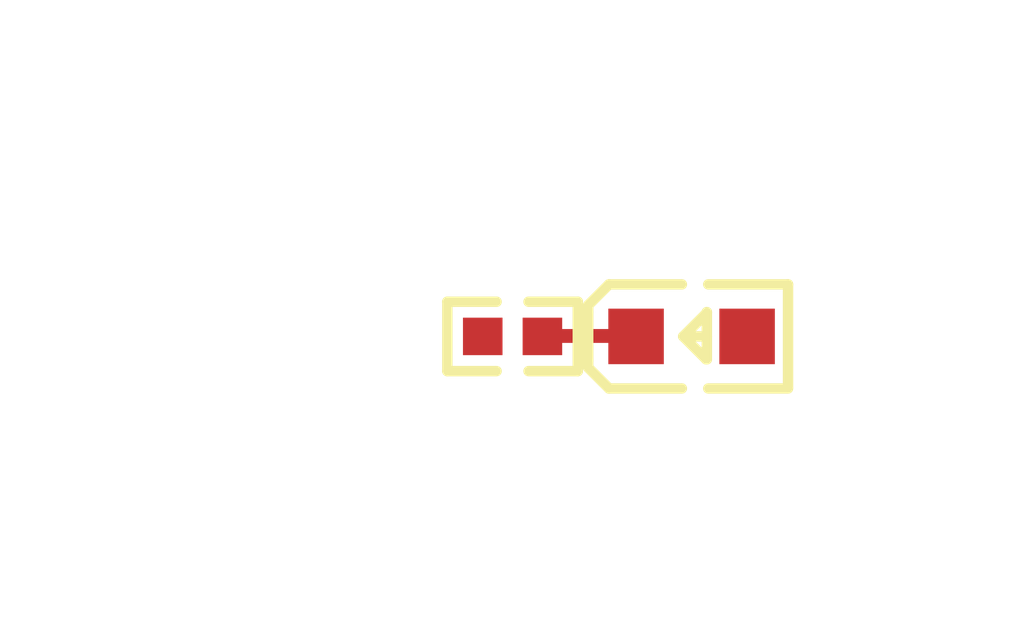
<source format=kicad_pcb>
(kicad_pcb (version 20241229) (generator "pcbnew") (generator_version "9.0")
  (layers (0 "F.Cu" signal) (2 "B.Cu" signal) (13 "F.Paste" user) (15 "B.Paste" user) (5 "F.SilkS" user "F.Silkscreen") (7 "B.SilkS" user "B.Silkscreen") (1 "F.Mask" user) (3 "B.Mask" user) (25 "Edge.Cuts" user))
  (net 0 "")
  (net 1 "anode")
  (net 2 "GND")
  (net 3 "cathode")
  (footprint "Hubei_KENTO_Elec_KT_0603R:LED0603-RD" (layer "F.Cu") (at 148.82 93.09 0)
    (property "Reference" "LED1" (hide yes))
    (property "Value" "")
    (fp_line (start 0.22 0.33) (end 0.21 0.33) (stroke (width 0.15)) (layer "F.SilkS"))
    (fp_line (start 0.21 0.33) (end -0.12 0) (stroke (width 0.15)) (layer "F.SilkS"))
    (fp_line (start 0.22 -0.35) (end 0.22 -0.34) (stroke (width 0.15)) (layer "F.SilkS"))
    (fp_line (start 0.22 -0.34) (end -0.12 0) (stroke (width 0.15)) (layer "F.SilkS"))
    (fp_line (start 0.22 -0.35) (end 0.22 0.33) (stroke (width 0.15)) (layer "F.SilkS"))
    (fp_line (start 0.24 -0.75) (end 1.39 -0.75) (stroke (width 0.15)) (layer "F.SilkS"))
    (fp_line (start 0.24 0.75) (end 1.39 0.75) (stroke (width 0.15)) (layer "F.SilkS"))
    (fp_line (start 1.39 -0.75) (end 1.39 0.73) (stroke (width 0.15)) (layer "F.SilkS"))
    (fp_line (start -0.14 0.75) (end -1.19 0.75) (stroke (width 0.15)) (layer "F.SilkS"))
    (fp_line (start -1.49 0.35) (end -1.49 0.45) (stroke (width 0.15)) (layer "F.SilkS"))
    (fp_line (start -1.49 0.45) (end -1.19 0.75) (stroke (width 0.15)) (layer "F.SilkS"))
    (fp_line (start -1.49 -0.35) (end -1.49 0.35) (stroke (width 0.15)) (layer "F.SilkS"))
    (fp_line (start -1.49 -0.35) (end -1.49 -0.45) (stroke (width 0.15)) (layer "F.SilkS"))
    (fp_line (start -1.49 -0.45) (end -1.19 -0.75) (stroke (width 0.15)) (layer "F.SilkS"))
    (fp_line (start -0.14 -0.75) (end -1.19 -0.75) (stroke (width 0.15)) (layer "F.SilkS"))
    (fp_line (start 0.22 0) (end -0.12 0) (stroke (width 0.15)) (layer "F.SilkS"))
    (pad "2" smd rect (at 0.8 0 90) (size 0.8 0.8) (layers "F.Cu" "F.Paste" "F.Mask") (net 1 "anode"))
    (pad "1" smd rect (at -0.8 0 90) (size 0.8 0.8) (layers "F.Cu" "F.Paste" "F.Mask") (net 3 "cathode"))
  )
  (footprint "UNI_ROYAL_0402WGF1002TCE:R0402" (layer "F.Cu") (at 146.24 93.09 180)
    (property "Reference" "R1" (hide yes))
    (property "Value" "10kΩ ±1% 62.5mW")
    (fp_line (start -0.23 0.5) (end -0.94 0.5) (stroke (width 0.15)) (layer "F.SilkS"))
    (fp_line (start -0.94 0.5) (end -0.94 -0.5) (stroke (width 0.15)) (layer "F.SilkS"))
    (fp_line (start -0.94 -0.5) (end -0.23 -0.5) (stroke (width 0.15)) (layer "F.SilkS"))
    (fp_line (start 0.23 0.5) (end 0.94 0.5) (stroke (width 0.15)) (layer "F.SilkS"))
    (fp_line (start 0.94 0.5) (end 0.94 -0.5) (stroke (width 0.15)) (layer "F.SilkS"))
    (fp_line (start 0.94 -0.5) (end 0.23 -0.5) (stroke (width 0.15)) (layer "F.SilkS"))
    (pad "2" smd rect (at 0.43 0 180) (size 0.57 0.54) (layers "F.Cu" "F.Paste" "F.Mask") (net 2 "GND"))
    (pad "1" smd rect (at -0.43 0 180) (size 0.57 0.54) (layers "F.Cu" "F.Paste" "F.Mask") (net 3 "cathode"))
  )
  (segment (start 146.762837 93.083678) (end 148.013678 93.083678) (width 0.2) (net 3) (layer "F.Cu"))
  (segment (start 148.013678 93.083678) (end 148.02 93.09) (width 0.2) (net 3) (layer "F.Cu"))
)
</source>
